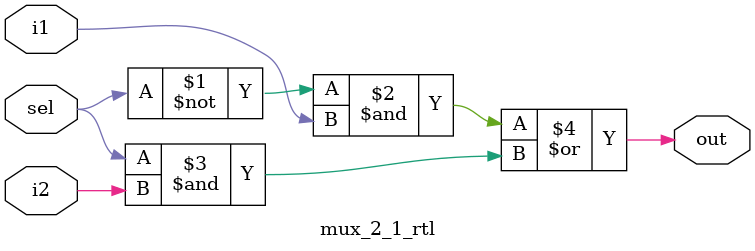
<source format=v>
`timescale 1ns / 1ps
module mux_2_1_rtl(i1, i2, sel, out);
	input i1, i2, sel; //i1: input 1, i2: input 2, sel: select
	output out;
	
	//2:1 Multiplexer function
	assign out = (~sel & i1)|(sel & i2); 


endmodule

</source>
